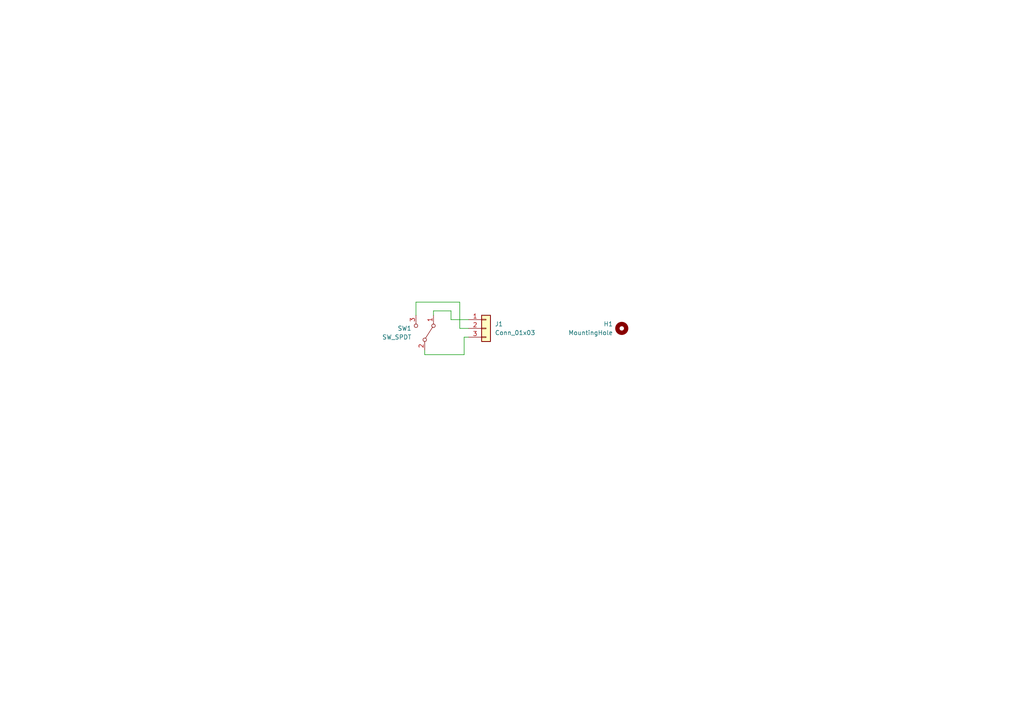
<source format=kicad_sch>
(kicad_sch (version 20211123) (generator eeschema)
  (paper "A4")
  (lib_symbols
    (symbol "Connector_Generic:Conn_01x03" (pin_names (offset 1.016) hide)
      (property "Reference" "J" (at 0 5.08 0))
      (property "Value" "Conn_01x03" (at 0 -5.08 0))
      (symbol "Conn_01x03_1_1"
        (rectangle (start -1.27 -2.413) (end 0 -2.667) (stroke (width 0.1524)))
        (rectangle (start -1.27 0.127) (end 0 -0.127) (stroke (width 0.1524)))
        (rectangle (start -1.27 2.667) (end 0 2.413) (stroke (width 0.1524)))
        (rectangle (start -1.27 3.81) (end 1.27 -3.81) (stroke (width 0.254)) (fill (type background)))
        (pin passive line (at -5.08 2.54 0) (length 3.81) (name "Pin_1") (number "1"))
        (pin passive line (at -5.08 0 0) (length 3.81) (name "Pin_2") (number "2"))
        (pin passive line (at -5.08 -2.54 0) (length 3.81) (name "Pin_3") (number "3"))
      )
    )
    (symbol "Mechanical:MountingHole" (pin_names (offset 1.016))
      (property "Reference" "H" (at 0 5.08 0))
      (property "Value" "MountingHole" (at 0 3.175 0))
      (symbol "MountingHole_0_1"
        (circle (center 0 0) (radius 1.27) (stroke (width 1.27)))
      )
    )
    (symbol "Switch:SW_SPDT" (pin_names (offset 0) hide)
      (property "Reference" "SW" (at 0 4.318 0))
      (property "Value" "SW_SPDT" (at 0 -5.08 0))
      (symbol "SW_SPDT_0_0"
        (circle (center -2.032 0) (radius 0.508))
        (circle (center 2.032 -2.54) (radius 0.508))
      )
      (symbol "SW_SPDT_0_1"
        (polyline (pts (xy -1.524 0.254) (xy 1.651 2.286)))
        (circle (center 2.032 2.54) (radius 0.508))
      )
      (symbol "SW_SPDT_1_1"
        (pin passive line (at 5.08 2.54 180) (length 2.54) (name "A") (number "1"))
        (pin passive line (at -5.08 0 0) (length 2.54) (name "B") (number "2"))
        (pin passive line (at 5.08 -2.54 180) (length 2.54) (name "C") (number "3"))
      )
    )
  )
  (wire (pts (xy 134.62 102.87) (xy 123.19 102.87)))
  (wire (pts (xy 130.81 90.17) (xy 130.81 92.71)))
  (wire (pts (xy 130.81 92.71) (xy 135.89 92.71)))
  (wire (pts (xy 135.89 97.79) (xy 134.62 97.79)))
  (wire (pts (xy 123.19 102.87) (xy 123.19 101.6)))
  (wire (pts (xy 125.73 91.44) (xy 125.73 90.17)))
  (wire (pts (xy 133.35 87.63) (xy 133.35 95.25)))
  (wire (pts (xy 134.62 97.79) (xy 134.62 102.87)))
  (wire (pts (xy 125.73 90.17) (xy 130.81 90.17)))
  (wire (pts (xy 133.35 95.25) (xy 135.89 95.25)))
  (wire (pts (xy 120.65 87.63) (xy 133.35 87.63)))
  (wire (pts (xy 120.65 87.63) (xy 120.65 91.44)))
  (symbol (lib_id "Switch:SW_SPDT") (at 123.19 96.52 270) (mirror x) (unit 1)
    (property "Reference" "SW1" (at 119.38 95.2499 90) (effects (justify right)))
    (property "Value" "SW_SPDT" (at 119.38 97.7899 90) (effects (justify right)))
    (property "Footprint" "Limit_Switch_custom:SS075Q102F035V2A" (effects hide))
    (property "Datasheet" "https://sten-eswitch-13110800-production.s3.amazonaws.com/system/asset/product_line/data_sheet/125/SS.pdf" (effects hide))
  )
  (symbol (lib_id "Mechanical:MountingHole") (at 180.34 95.25 0) (mirror y) (unit 1)
    (property "Reference" "H1" (at 177.8 93.9799 0) (effects (justify left)))
    (property "Value" "MountingHole" (at 177.8 96.5199 0) (effects (justify left)))
    (property "Footprint" "MountingHole:MountingHole_5.3mm_M5" (effects hide))
  )
  (symbol (lib_id "Connector_Generic:Conn_01x03") (at 140.97 95.25 0) (unit 1)
    (property "Reference" "J1" (at 143.51 93.9799 0) (effects (justify left)))
    (property "Value" "Conn_01x03" (at 143.51 96.5199 0) (effects (justify left)))
    (property "Footprint" "Connector_PinHeader_2.54mm:PinHeader_1x03_P2.54mm_Vertical" (effects hide))
  )
)
</source>
